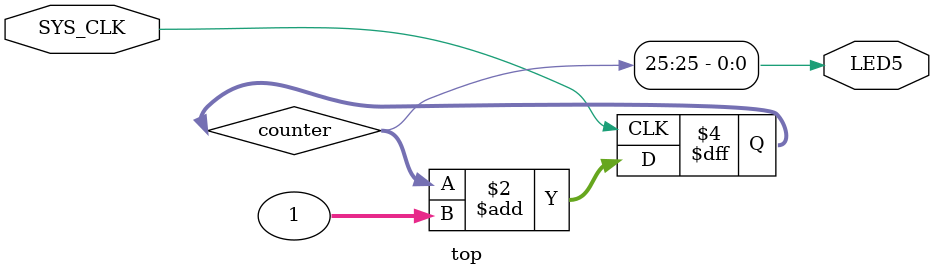
<source format=v>
/* module */
module top (SYS_CLK, LED5);

    /* I/O */
    input SYS_CLK;
    output LED5;

    /* Counter register */
    reg [31:0] counter = 32'b0;

    /* LED drivers */
    //assign LED5 = counter[16]; // way to fast to see
    //assign LED5 = counter[20]; // quick
    assign LED5 = counter[25]; // slow

    /* always */
    always @ (posedge SYS_CLK) begin
        counter <= counter + 1;
    end

endmodule
</source>
